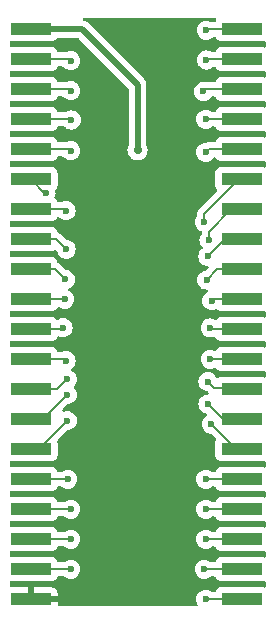
<source format=gbr>
%TF.GenerationSoftware,KiCad,Pcbnew,8.0.7*%
%TF.CreationDate,2025-03-12T15:38:42-05:00*%
%TF.ProjectId,YM3802-F-to-X,594d3338-3032-42d4-962d-746f2d582e6b,rev?*%
%TF.SameCoordinates,Original*%
%TF.FileFunction,Copper,L2,Bot*%
%TF.FilePolarity,Positive*%
%FSLAX46Y46*%
G04 Gerber Fmt 4.6, Leading zero omitted, Abs format (unit mm)*
G04 Created by KiCad (PCBNEW 8.0.7) date 2025-03-12 15:38:42*
%MOMM*%
%LPD*%
G01*
G04 APERTURE LIST*
%TA.AperFunction,SMDPad,CuDef*%
%ADD10R,3.500000X1.000000*%
%TD*%
%TA.AperFunction,ViaPad*%
%ADD11C,0.600000*%
%TD*%
%TA.AperFunction,ViaPad*%
%ADD12C,0.700000*%
%TD*%
%TA.AperFunction,Conductor*%
%ADD13C,0.200000*%
%TD*%
%TA.AperFunction,Conductor*%
%ADD14C,0.500000*%
%TD*%
G04 APERTURE END LIST*
D10*
%TO.P,U1,1,VDD*%
%TO.N,/VDD*%
X132528000Y-91567000D03*
%TO.P,U1,2,RxD*%
%TO.N,/RxD*%
X132528000Y-94107000D03*
%TO.P,U1,3,RxF*%
%TO.N,/RxF*%
X132528000Y-96647000D03*
%TO.P,U1,4,CLKM*%
%TO.N,/CLKM*%
X132528000Y-99187000D03*
%TO.P,U1,5,CLKF*%
%TO.N,/CLKF*%
X132528000Y-101727000D03*
%TO.P,U1,6,TxD*%
%TO.N,/TxD*%
X132528000Y-104267000D03*
%TO.P,U1,7,TxF*%
%TO.N,/TxF*%
X132528000Y-106807000D03*
%TO.P,U1,8,SYNC*%
%TO.N,/SYNC*%
X132528000Y-109347000D03*
%TO.P,U1,9,CLICK*%
%TO.N,/CLICK*%
X132528000Y-111887000D03*
%TO.P,U1,10,TEST-0*%
%TO.N,/TEST-0*%
X132528000Y-114427000D03*
%TO.P,U1,11,TEST-1*%
%TO.N,/TEST-1*%
X132528000Y-116967000D03*
%TO.P,U1,12,P7*%
%TO.N,/P7*%
X132528000Y-119507000D03*
%TO.P,U1,13,P6*%
%TO.N,/P6*%
X132528000Y-122047000D03*
%TO.P,U1,14,P5*%
%TO.N,/P5*%
X132528000Y-124587000D03*
%TO.P,U1,15,P4*%
%TO.N,/P4*%
X132528000Y-127127000D03*
%TO.P,U1,16,P3*%
%TO.N,/P3*%
X132528000Y-129667000D03*
%TO.P,U1,17,P2*%
%TO.N,/P2*%
X132528000Y-132207000D03*
%TO.P,U1,18,P1*%
%TO.N,/P1*%
X132528000Y-134747000D03*
%TO.P,U1,19,P0*%
%TO.N,/P0*%
X132528000Y-137287000D03*
%TO.P,U1,20,VSS*%
%TO.N,GND*%
X132528000Y-139827000D03*
%TO.P,U1,21,D0*%
%TO.N,/D0*%
X150368000Y-139827000D03*
%TO.P,U1,22,D1*%
%TO.N,/D1*%
X150368000Y-137287000D03*
%TO.P,U1,23,D2*%
%TO.N,/D2*%
X150368000Y-134747000D03*
%TO.P,U1,24,D3*%
%TO.N,/D3*%
X150368000Y-132207000D03*
%TO.P,U1,25,D4*%
%TO.N,/D4*%
X150368000Y-129667000D03*
%TO.P,U1,26,D5*%
%TO.N,/D5*%
X150368000Y-127127000D03*
%TO.P,U1,27,D6*%
%TO.N,/D6*%
X150368000Y-124587000D03*
%TO.P,U1,28,D7*%
%TO.N,/D7*%
X150368000Y-122047000D03*
%TO.P,U1,29,A0*%
%TO.N,/A0*%
X150368000Y-119507000D03*
%TO.P,U1,30,A1*%
%TO.N,/A1*%
X150368000Y-116967000D03*
%TO.P,U1,31,A2*%
%TO.N,/A2*%
X150368000Y-114427000D03*
%TO.P,U1,32,/CS*%
%TO.N,/{slash}CS*%
X150368000Y-111887000D03*
%TO.P,U1,33,/WR*%
%TO.N,/{slash}WR*%
X150368000Y-109347000D03*
%TO.P,U1,34,/RD*%
%TO.N,/{slash}RD*%
X150368000Y-106807000D03*
%TO.P,U1,35,/VR*%
%TO.N,/{slash}VR*%
X150368000Y-104267000D03*
%TO.P,U1,36,/IRQ*%
%TO.N,/{slash}IRQ*%
X150368000Y-101727000D03*
%TO.P,U1,37,/IC*%
%TO.N,/{slash}IC*%
X150368000Y-99187000D03*
%TO.P,U1,38,TEST-2*%
%TO.N,/TEST-2*%
X150368000Y-96647000D03*
%TO.P,U1,39,CLKI*%
%TO.N,/CLKI*%
X150368000Y-94107000D03*
%TO.P,U1,40,CLK*%
%TO.N,/CLK*%
X150368000Y-91567000D03*
%TD*%
D11*
%TO.N,/D5*%
X147800000Y-125000000D03*
%TO.N,/P3*%
X135636000Y-129667000D03*
%TO.N,/D2*%
X147320000Y-134747000D03*
%TO.N,/P2*%
X135890000Y-132207000D03*
%TO.N,/TEST-0*%
X135382000Y-114427000D03*
%TO.N,/{slash}IRQ*%
X147320000Y-101981000D03*
%TO.N,/D7*%
X147500000Y-121400000D03*
%TO.N,/D0*%
X147320000Y-139827000D03*
%TO.N,/P6*%
X135600000Y-121200000D03*
%TO.N,/P5*%
X135600000Y-122500000D03*
%TO.N,/CLKF*%
X135890000Y-101854000D03*
%TO.N,/P1*%
X135890000Y-134747000D03*
%TO.N,/P4*%
X135600000Y-124700000D03*
%TO.N,/P7*%
X135509000Y-119634000D03*
%TO.N,/A1*%
X147701000Y-116856000D03*
%TO.N,/TxF*%
X135509000Y-106934000D03*
%TO.N,/P0*%
X135890000Y-137287000D03*
%TO.N,/A0*%
X147701000Y-119507000D03*
%TO.N,/CLICK*%
X135450000Y-112750000D03*
%TO.N,/A2*%
X147828000Y-114554000D03*
%TO.N,/CLK*%
X147357000Y-91657000D03*
%TO.N,/TEST-1*%
X135255000Y-116840000D03*
%TO.N,/SYNC*%
X135500000Y-110200000D03*
%TO.N,/TxD*%
X133800000Y-105400000D03*
%TO.N,/CLKM*%
X135953500Y-99250500D03*
%TO.N,/{slash}IC*%
X147320000Y-99187000D03*
%TO.N,/D3*%
X147320000Y-132207000D03*
%TO.N,/D6*%
X147500000Y-123300000D03*
%TO.N,/{slash}WR*%
X147500000Y-110800000D03*
%TO.N,/RxF*%
X135890000Y-96774000D03*
%TO.N,/TEST-2*%
X147129500Y-96837500D03*
%TO.N,/CLKI*%
X147383500Y-94170500D03*
%TO.N,/RxD*%
X135890000Y-94234000D03*
%TO.N,/{slash}RD*%
X147600000Y-109400000D03*
D12*
%TO.N,/VDD*%
X141550000Y-101800000D03*
D11*
%TO.N,/{slash}VR*%
X147200000Y-107900000D03*
%TO.N,/D1*%
X147193000Y-137287000D03*
%TO.N,/{slash}CS*%
X147400000Y-112800000D03*
%TO.N,/D4*%
X147320000Y-129667000D03*
D12*
%TO.N,GND*%
X137900000Y-123100000D03*
X147700000Y-92900000D03*
X138200000Y-108800000D03*
D11*
X141000000Y-92000000D03*
X145000000Y-139000000D03*
X138000000Y-139000000D03*
X135890000Y-139827000D03*
D12*
X145100000Y-123200000D03*
X145500000Y-108800000D03*
X147800000Y-138600000D03*
%TD*%
D13*
%TO.N,/D5*%
X147800000Y-125000000D02*
X149927000Y-127127000D01*
X149927000Y-127127000D02*
X150368000Y-127127000D01*
%TO.N,/P3*%
X132528000Y-129667000D02*
X135636000Y-129667000D01*
%TO.N,/D2*%
X150368000Y-134747000D02*
X147320000Y-134747000D01*
%TO.N,/P2*%
X132528000Y-132207000D02*
X135890000Y-132207000D01*
%TO.N,/TEST-0*%
X132528000Y-114427000D02*
X135382000Y-114427000D01*
%TO.N,/{slash}IRQ*%
X150368000Y-101727000D02*
X147574000Y-101727000D01*
X147574000Y-101727000D02*
X147320000Y-101981000D01*
%TO.N,/D7*%
X147500000Y-121400000D02*
X148020000Y-121920000D01*
X148020000Y-121920000D02*
X150241000Y-121920000D01*
%TO.N,/D0*%
X150368000Y-139827000D02*
X147320000Y-139827000D01*
%TO.N,/P6*%
X134753000Y-122047000D02*
X135600000Y-121200000D01*
X132528000Y-122047000D02*
X134753000Y-122047000D01*
%TO.N,/P5*%
X133513000Y-124587000D02*
X135600000Y-122500000D01*
X132528000Y-124587000D02*
X133513000Y-124587000D01*
%TO.N,/CLKF*%
X132528000Y-101727000D02*
X135763000Y-101727000D01*
X135763000Y-101727000D02*
X135890000Y-101854000D01*
%TO.N,/P1*%
X132528000Y-134747000D02*
X135890000Y-134747000D01*
%TO.N,/P4*%
X133173000Y-127127000D02*
X132528000Y-127127000D01*
X135600000Y-124700000D02*
X133173000Y-127127000D01*
%TO.N,/P7*%
X132528000Y-119507000D02*
X135382000Y-119507000D01*
X135382000Y-119507000D02*
X135509000Y-119634000D01*
%TO.N,/A1*%
X150368000Y-116967000D02*
X147812000Y-116967000D01*
X147812000Y-116967000D02*
X147701000Y-116856000D01*
%TO.N,/TxF*%
X135382000Y-106807000D02*
X135509000Y-106934000D01*
X132528000Y-106807000D02*
X135382000Y-106807000D01*
%TO.N,/P0*%
X132528000Y-137287000D02*
X135890000Y-137287000D01*
%TO.N,/A0*%
X150368000Y-119507000D02*
X147701000Y-119507000D01*
%TO.N,/CLICK*%
X132528000Y-111887000D02*
X134587000Y-111887000D01*
X134587000Y-111887000D02*
X135450000Y-112750000D01*
%TO.N,/A2*%
X150368000Y-114427000D02*
X147955000Y-114427000D01*
X147955000Y-114427000D02*
X147828000Y-114554000D01*
%TO.N,/CLK*%
X147357000Y-91657000D02*
X147447000Y-91567000D01*
X147447000Y-91567000D02*
X150368000Y-91567000D01*
%TO.N,/TEST-1*%
X132528000Y-116967000D02*
X135128000Y-116967000D01*
X135128000Y-116967000D02*
X135255000Y-116840000D01*
%TO.N,/SYNC*%
X132528000Y-109347000D02*
X134647000Y-109347000D01*
X134647000Y-109347000D02*
X135500000Y-110200000D01*
%TO.N,/TxD*%
X133661000Y-105400000D02*
X132528000Y-104267000D01*
X133800000Y-105400000D02*
X133661000Y-105400000D01*
%TO.N,/CLKM*%
X135890000Y-99187000D02*
X135953500Y-99250500D01*
X132528000Y-99187000D02*
X135890000Y-99187000D01*
%TO.N,/{slash}IC*%
X150368000Y-99187000D02*
X147320000Y-99187000D01*
%TO.N,/D3*%
X150368000Y-132207000D02*
X147320000Y-132207000D01*
%TO.N,/D6*%
X150368000Y-124587000D02*
X148787000Y-124587000D01*
X148787000Y-124587000D02*
X147500000Y-123300000D01*
%TO.N,/{slash}WR*%
X150368000Y-109347000D02*
X148953000Y-109347000D01*
X148953000Y-109347000D02*
X147500000Y-110800000D01*
%TO.N,/RxF*%
X132528000Y-96647000D02*
X135763000Y-96647000D01*
X135763000Y-96647000D02*
X135890000Y-96774000D01*
%TO.N,/TEST-2*%
X150368000Y-96647000D02*
X147320000Y-96647000D01*
X147320000Y-96647000D02*
X147129500Y-96837500D01*
%TO.N,/CLKI*%
X147447000Y-94107000D02*
X147447000Y-94234000D01*
X147447000Y-94107000D02*
X147383500Y-94170500D01*
X150368000Y-94107000D02*
X147447000Y-94107000D01*
%TO.N,/RxD*%
X135763000Y-94107000D02*
X135890000Y-94234000D01*
X132528000Y-94107000D02*
X135763000Y-94107000D01*
%TO.N,/{slash}RD*%
X149493000Y-106807000D02*
X147600000Y-108700000D01*
X147600000Y-108700000D02*
X147600000Y-109400000D01*
X150368000Y-106807000D02*
X149493000Y-106807000D01*
D14*
%TO.N,/VDD*%
X141550000Y-96250000D02*
X136867000Y-91567000D01*
X136867000Y-91567000D02*
X132528000Y-91567000D01*
X141550000Y-101800000D02*
X141550000Y-96250000D01*
D13*
%TO.N,/{slash}VR*%
X147200000Y-107200000D02*
X150133000Y-104267000D01*
X147200000Y-107900000D02*
X147200000Y-107200000D01*
X150133000Y-104267000D02*
X150368000Y-104267000D01*
%TO.N,/D1*%
X150368000Y-137287000D02*
X147193000Y-137287000D01*
%TO.N,/{slash}CS*%
X148313000Y-111887000D02*
X147400000Y-112800000D01*
X150368000Y-111887000D02*
X148313000Y-111887000D01*
%TO.N,/D4*%
X150368000Y-129667000D02*
X147320000Y-129667000D01*
D14*
%TO.N,GND*%
X132528000Y-139827000D02*
X135890000Y-139827000D01*
%TD*%
%TA.AperFunction,Conductor*%
%TO.N,GND*%
G36*
X148172563Y-90605185D02*
G01*
X148218318Y-90657989D01*
X148228262Y-90727147D01*
X148204790Y-90783812D01*
X148174204Y-90824668D01*
X148174202Y-90824671D01*
X148151391Y-90885833D01*
X148109520Y-90941767D01*
X148044056Y-90966184D01*
X148035209Y-90966500D01*
X147798408Y-90966500D01*
X147732435Y-90947493D01*
X147706524Y-90931211D01*
X147536254Y-90871631D01*
X147536249Y-90871630D01*
X147357004Y-90851435D01*
X147356996Y-90851435D01*
X147177750Y-90871630D01*
X147177745Y-90871631D01*
X147007476Y-90931211D01*
X146854737Y-91027184D01*
X146727184Y-91154737D01*
X146631211Y-91307476D01*
X146571631Y-91477745D01*
X146571630Y-91477750D01*
X146551435Y-91656996D01*
X146551435Y-91657003D01*
X146571630Y-91836249D01*
X146571631Y-91836254D01*
X146631211Y-92006523D01*
X146727184Y-92159262D01*
X146854738Y-92286816D01*
X146916014Y-92325318D01*
X146961372Y-92353819D01*
X147007478Y-92382789D01*
X147177745Y-92442368D01*
X147177750Y-92442369D01*
X147356996Y-92462565D01*
X147357000Y-92462565D01*
X147357004Y-92462565D01*
X147536249Y-92442369D01*
X147536252Y-92442368D01*
X147536255Y-92442368D01*
X147706522Y-92382789D01*
X147859262Y-92286816D01*
X147942259Y-92203819D01*
X148003582Y-92170334D01*
X148029940Y-92167500D01*
X148035209Y-92167500D01*
X148102248Y-92187185D01*
X148148003Y-92239989D01*
X148151391Y-92248167D01*
X148174202Y-92309328D01*
X148174206Y-92309335D01*
X148260452Y-92424544D01*
X148260455Y-92424547D01*
X148375664Y-92510793D01*
X148375671Y-92510797D01*
X148510517Y-92561091D01*
X148510516Y-92561091D01*
X148517444Y-92561835D01*
X148570127Y-92567500D01*
X152165872Y-92567499D01*
X152225483Y-92561091D01*
X152232165Y-92558599D01*
X152301857Y-92553614D01*
X152363180Y-92587098D01*
X152396666Y-92648421D01*
X152399500Y-92674780D01*
X152399500Y-92999219D01*
X152379815Y-93066258D01*
X152327011Y-93112013D01*
X152257853Y-93121957D01*
X152232172Y-93115403D01*
X152225483Y-93112908D01*
X152165883Y-93106501D01*
X152165881Y-93106500D01*
X152165873Y-93106500D01*
X152165864Y-93106500D01*
X148570129Y-93106500D01*
X148570123Y-93106501D01*
X148510516Y-93112908D01*
X148375671Y-93163202D01*
X148375664Y-93163206D01*
X148260455Y-93249452D01*
X148260452Y-93249455D01*
X148174206Y-93364664D01*
X148174202Y-93364671D01*
X148151391Y-93425833D01*
X148109520Y-93481767D01*
X148044056Y-93506184D01*
X148035209Y-93506500D01*
X147867083Y-93506500D01*
X147801111Y-93487494D01*
X147733022Y-93444710D01*
X147733018Y-93444709D01*
X147562762Y-93385133D01*
X147562749Y-93385130D01*
X147383504Y-93364935D01*
X147383496Y-93364935D01*
X147204250Y-93385130D01*
X147204245Y-93385131D01*
X147033976Y-93444711D01*
X146881237Y-93540684D01*
X146753684Y-93668237D01*
X146657711Y-93820976D01*
X146598131Y-93991245D01*
X146598130Y-93991250D01*
X146577935Y-94170496D01*
X146577935Y-94170503D01*
X146598130Y-94349749D01*
X146598131Y-94349754D01*
X146657711Y-94520023D01*
X146697611Y-94583523D01*
X146753684Y-94672762D01*
X146881238Y-94800316D01*
X146959240Y-94849328D01*
X146982297Y-94863816D01*
X147033978Y-94896289D01*
X147204245Y-94955868D01*
X147204250Y-94955869D01*
X147383496Y-94976065D01*
X147383500Y-94976065D01*
X147383504Y-94976065D01*
X147562749Y-94955869D01*
X147562752Y-94955868D01*
X147562755Y-94955868D01*
X147733022Y-94896289D01*
X147885762Y-94800316D01*
X147942259Y-94743819D01*
X148003582Y-94710334D01*
X148029940Y-94707500D01*
X148035209Y-94707500D01*
X148102248Y-94727185D01*
X148148003Y-94779989D01*
X148151391Y-94788167D01*
X148174202Y-94849328D01*
X148174206Y-94849335D01*
X148260452Y-94964544D01*
X148260455Y-94964547D01*
X148375664Y-95050793D01*
X148375671Y-95050797D01*
X148510517Y-95101091D01*
X148510516Y-95101091D01*
X148517444Y-95101835D01*
X148570127Y-95107500D01*
X152165872Y-95107499D01*
X152225483Y-95101091D01*
X152232165Y-95098599D01*
X152301857Y-95093614D01*
X152363180Y-95127098D01*
X152396666Y-95188421D01*
X152399500Y-95214780D01*
X152399500Y-95539219D01*
X152379815Y-95606258D01*
X152327011Y-95652013D01*
X152257853Y-95661957D01*
X152232172Y-95655403D01*
X152225483Y-95652908D01*
X152165883Y-95646501D01*
X152165881Y-95646500D01*
X152165873Y-95646500D01*
X152165864Y-95646500D01*
X148570129Y-95646500D01*
X148570123Y-95646501D01*
X148510516Y-95652908D01*
X148375671Y-95703202D01*
X148375664Y-95703206D01*
X148260455Y-95789452D01*
X148260452Y-95789455D01*
X148174206Y-95904664D01*
X148174202Y-95904671D01*
X148151391Y-95965833D01*
X148109520Y-96021767D01*
X148044056Y-96046184D01*
X148035209Y-96046500D01*
X147406670Y-96046500D01*
X147406654Y-96046499D01*
X147399058Y-96046499D01*
X147265720Y-96046499D01*
X147251838Y-96045719D01*
X147215673Y-96041644D01*
X147129503Y-96031935D01*
X147129496Y-96031935D01*
X146950250Y-96052130D01*
X146950245Y-96052131D01*
X146779976Y-96111711D01*
X146627237Y-96207684D01*
X146499684Y-96335237D01*
X146403711Y-96487976D01*
X146344131Y-96658245D01*
X146344130Y-96658250D01*
X146323935Y-96837496D01*
X146323935Y-96837503D01*
X146344130Y-97016749D01*
X146344131Y-97016754D01*
X146403711Y-97187023D01*
X146459784Y-97276262D01*
X146499684Y-97339762D01*
X146627238Y-97467316D01*
X146686486Y-97504544D01*
X146773737Y-97559368D01*
X146779978Y-97563289D01*
X146950245Y-97622868D01*
X146950250Y-97622869D01*
X147129496Y-97643065D01*
X147129500Y-97643065D01*
X147129504Y-97643065D01*
X147308749Y-97622869D01*
X147308752Y-97622868D01*
X147308755Y-97622868D01*
X147479022Y-97563289D01*
X147631762Y-97467316D01*
X147759316Y-97339762D01*
X147780826Y-97305529D01*
X147833160Y-97259237D01*
X147885820Y-97247500D01*
X148035209Y-97247500D01*
X148102248Y-97267185D01*
X148148003Y-97319989D01*
X148151391Y-97328167D01*
X148174202Y-97389328D01*
X148174206Y-97389335D01*
X148260452Y-97504544D01*
X148260455Y-97504547D01*
X148375664Y-97590793D01*
X148375671Y-97590797D01*
X148510517Y-97641091D01*
X148510516Y-97641091D01*
X148517444Y-97641835D01*
X148570127Y-97647500D01*
X152165872Y-97647499D01*
X152225483Y-97641091D01*
X152232165Y-97638599D01*
X152301857Y-97633614D01*
X152363180Y-97667098D01*
X152396666Y-97728421D01*
X152399500Y-97754780D01*
X152399500Y-98079219D01*
X152379815Y-98146258D01*
X152327011Y-98192013D01*
X152257853Y-98201957D01*
X152232172Y-98195403D01*
X152225483Y-98192908D01*
X152165883Y-98186501D01*
X152165881Y-98186500D01*
X152165873Y-98186500D01*
X152165864Y-98186500D01*
X148570129Y-98186500D01*
X148570123Y-98186501D01*
X148510516Y-98192908D01*
X148375671Y-98243202D01*
X148375664Y-98243206D01*
X148260455Y-98329452D01*
X148260452Y-98329455D01*
X148174206Y-98444664D01*
X148174202Y-98444671D01*
X148151391Y-98505833D01*
X148109520Y-98561767D01*
X148044056Y-98586184D01*
X148035209Y-98586500D01*
X147902412Y-98586500D01*
X147835373Y-98566815D01*
X147825097Y-98559445D01*
X147822263Y-98557185D01*
X147822262Y-98557184D01*
X147753553Y-98514011D01*
X147669523Y-98461211D01*
X147499254Y-98401631D01*
X147499249Y-98401630D01*
X147320004Y-98381435D01*
X147319996Y-98381435D01*
X147140750Y-98401630D01*
X147140745Y-98401631D01*
X146970476Y-98461211D01*
X146817737Y-98557184D01*
X146690184Y-98684737D01*
X146594211Y-98837476D01*
X146534631Y-99007745D01*
X146534630Y-99007750D01*
X146514435Y-99186996D01*
X146514435Y-99187003D01*
X146534630Y-99366249D01*
X146534631Y-99366254D01*
X146594211Y-99536523D01*
X146634111Y-99600023D01*
X146690184Y-99689262D01*
X146817738Y-99816816D01*
X146899463Y-99868167D01*
X146918797Y-99880316D01*
X146970478Y-99912789D01*
X147017764Y-99929335D01*
X147140745Y-99972368D01*
X147140750Y-99972369D01*
X147319996Y-99992565D01*
X147320000Y-99992565D01*
X147320004Y-99992565D01*
X147499249Y-99972369D01*
X147499252Y-99972368D01*
X147499255Y-99972368D01*
X147669522Y-99912789D01*
X147822262Y-99816816D01*
X147822267Y-99816810D01*
X147825097Y-99814555D01*
X147827275Y-99813665D01*
X147828158Y-99813111D01*
X147828255Y-99813265D01*
X147889783Y-99788145D01*
X147902412Y-99787500D01*
X148035209Y-99787500D01*
X148102248Y-99807185D01*
X148148003Y-99859989D01*
X148151391Y-99868167D01*
X148174202Y-99929328D01*
X148174206Y-99929335D01*
X148260452Y-100044544D01*
X148260455Y-100044547D01*
X148375664Y-100130793D01*
X148375671Y-100130797D01*
X148510517Y-100181091D01*
X148510516Y-100181091D01*
X148517444Y-100181835D01*
X148570127Y-100187500D01*
X152165872Y-100187499D01*
X152225483Y-100181091D01*
X152232165Y-100178599D01*
X152301857Y-100173614D01*
X152363180Y-100207098D01*
X152396666Y-100268421D01*
X152399500Y-100294780D01*
X152399500Y-100619219D01*
X152379815Y-100686258D01*
X152327011Y-100732013D01*
X152257853Y-100741957D01*
X152232172Y-100735403D01*
X152225483Y-100732908D01*
X152165883Y-100726501D01*
X152165881Y-100726500D01*
X152165873Y-100726500D01*
X152165864Y-100726500D01*
X148570129Y-100726500D01*
X148570123Y-100726501D01*
X148510516Y-100732908D01*
X148375671Y-100783202D01*
X148375664Y-100783206D01*
X148260455Y-100869452D01*
X148260452Y-100869455D01*
X148174206Y-100984664D01*
X148174202Y-100984671D01*
X148151391Y-101045833D01*
X148109520Y-101101767D01*
X148044056Y-101126184D01*
X148035209Y-101126500D01*
X147494942Y-101126500D01*
X147342209Y-101167424D01*
X147340108Y-101168295D01*
X147306551Y-101176949D01*
X147140749Y-101195630D01*
X147140745Y-101195631D01*
X146970476Y-101255211D01*
X146817737Y-101351184D01*
X146690184Y-101478737D01*
X146594211Y-101631476D01*
X146534631Y-101801745D01*
X146534630Y-101801750D01*
X146514435Y-101980996D01*
X146514435Y-101981003D01*
X146534630Y-102160249D01*
X146534631Y-102160254D01*
X146594211Y-102330523D01*
X146660189Y-102435526D01*
X146690184Y-102483262D01*
X146817738Y-102610816D01*
X146863178Y-102639368D01*
X146913195Y-102670796D01*
X146970478Y-102706789D01*
X147011351Y-102721091D01*
X147140745Y-102766368D01*
X147140750Y-102766369D01*
X147319996Y-102786565D01*
X147320000Y-102786565D01*
X147320004Y-102786565D01*
X147499249Y-102766369D01*
X147499252Y-102766368D01*
X147499255Y-102766368D01*
X147669522Y-102706789D01*
X147822262Y-102610816D01*
X147949816Y-102483262D01*
X147961450Y-102464746D01*
X148013778Y-102418458D01*
X148082831Y-102407807D01*
X148146681Y-102436179D01*
X148168272Y-102462691D01*
X148168888Y-102462231D01*
X148260452Y-102584544D01*
X148260455Y-102584547D01*
X148375664Y-102670793D01*
X148375671Y-102670797D01*
X148510517Y-102721091D01*
X148510516Y-102721091D01*
X148517444Y-102721835D01*
X148570127Y-102727500D01*
X152165872Y-102727499D01*
X152225483Y-102721091D01*
X152232165Y-102718599D01*
X152301857Y-102713614D01*
X152363180Y-102747098D01*
X152396666Y-102808421D01*
X152399500Y-102834780D01*
X152399500Y-103159219D01*
X152379815Y-103226258D01*
X152327011Y-103272013D01*
X152257853Y-103281957D01*
X152232172Y-103275403D01*
X152225483Y-103272908D01*
X152165883Y-103266501D01*
X152165881Y-103266500D01*
X152165873Y-103266500D01*
X152165864Y-103266500D01*
X148570129Y-103266500D01*
X148570123Y-103266501D01*
X148510516Y-103272908D01*
X148375671Y-103323202D01*
X148375664Y-103323206D01*
X148260455Y-103409452D01*
X148260452Y-103409455D01*
X148174206Y-103524664D01*
X148174202Y-103524671D01*
X148123908Y-103659517D01*
X148117501Y-103719116D01*
X148117501Y-103719123D01*
X148117500Y-103719135D01*
X148117500Y-104814870D01*
X148117501Y-104814876D01*
X148123908Y-104874483D01*
X148174202Y-105009328D01*
X148174206Y-105009335D01*
X148265768Y-105131645D01*
X148263205Y-105133563D01*
X148289148Y-105181111D01*
X148284140Y-105250801D01*
X148255654Y-105295109D01*
X147486100Y-106064664D01*
X146831286Y-106719478D01*
X146831284Y-106719480D01*
X146796019Y-106754745D01*
X146719481Y-106831282D01*
X146719480Y-106831284D01*
X146705821Y-106854943D01*
X146640423Y-106968215D01*
X146599499Y-107120943D01*
X146599499Y-107120945D01*
X146599499Y-107289046D01*
X146599500Y-107289059D01*
X146599500Y-107317587D01*
X146579815Y-107384626D01*
X146572450Y-107394896D01*
X146570186Y-107397734D01*
X146474211Y-107550476D01*
X146414631Y-107720745D01*
X146414630Y-107720750D01*
X146394435Y-107899996D01*
X146394435Y-107900003D01*
X146414630Y-108079249D01*
X146414631Y-108079254D01*
X146474211Y-108249523D01*
X146570184Y-108402262D01*
X146697738Y-108529816D01*
X146850478Y-108625789D01*
X146916453Y-108648874D01*
X146973229Y-108689595D01*
X146998977Y-108754548D01*
X146999499Y-108765916D01*
X146999499Y-108789046D01*
X146999500Y-108789059D01*
X146999500Y-108817587D01*
X146979815Y-108884626D01*
X146972450Y-108894896D01*
X146970186Y-108897734D01*
X146874211Y-109050476D01*
X146814631Y-109220745D01*
X146814630Y-109220750D01*
X146794435Y-109399996D01*
X146794435Y-109400003D01*
X146814630Y-109579249D01*
X146814631Y-109579254D01*
X146874211Y-109749523D01*
X146970184Y-109902262D01*
X147035404Y-109967482D01*
X147068889Y-110028805D01*
X147063905Y-110098497D01*
X147022033Y-110154430D01*
X147013698Y-110160155D01*
X146997739Y-110170183D01*
X146997737Y-110170184D01*
X146870184Y-110297737D01*
X146774211Y-110450476D01*
X146714631Y-110620745D01*
X146714630Y-110620750D01*
X146694435Y-110799996D01*
X146694435Y-110800003D01*
X146714630Y-110979249D01*
X146714631Y-110979254D01*
X146774211Y-111149523D01*
X146854897Y-111277933D01*
X146870184Y-111302262D01*
X146997738Y-111429816D01*
X147088080Y-111486582D01*
X147149782Y-111525352D01*
X147150478Y-111525789D01*
X147188236Y-111539001D01*
X147320745Y-111585368D01*
X147320750Y-111585369D01*
X147464499Y-111601565D01*
X147528913Y-111628631D01*
X147568468Y-111686226D01*
X147570606Y-111756063D01*
X147538297Y-111812466D01*
X147381465Y-111969298D01*
X147320142Y-112002783D01*
X147307668Y-112004837D01*
X147220750Y-112014630D01*
X147050478Y-112074210D01*
X146897737Y-112170184D01*
X146770184Y-112297737D01*
X146674211Y-112450476D01*
X146614631Y-112620745D01*
X146614630Y-112620750D01*
X146594435Y-112799996D01*
X146594435Y-112800003D01*
X146614630Y-112979249D01*
X146614631Y-112979254D01*
X146674211Y-113149523D01*
X146738767Y-113252262D01*
X146770184Y-113302262D01*
X146897738Y-113429816D01*
X146958990Y-113468303D01*
X147046769Y-113523459D01*
X147050478Y-113525789D01*
X147175268Y-113569455D01*
X147220745Y-113585368D01*
X147220750Y-113585369D01*
X147399996Y-113605565D01*
X147402403Y-113605565D01*
X147403901Y-113606005D01*
X147406919Y-113606345D01*
X147406859Y-113606873D01*
X147469442Y-113625250D01*
X147515197Y-113678054D01*
X147525141Y-113747212D01*
X147496116Y-113810768D01*
X147468375Y-113834559D01*
X147325737Y-113924184D01*
X147198184Y-114051737D01*
X147102211Y-114204476D01*
X147042631Y-114374745D01*
X147042630Y-114374750D01*
X147022435Y-114553996D01*
X147022435Y-114554003D01*
X147042630Y-114733249D01*
X147042631Y-114733254D01*
X147102211Y-114903523D01*
X147180112Y-115027500D01*
X147198184Y-115056262D01*
X147325738Y-115183816D01*
X147478478Y-115279789D01*
X147492076Y-115284547D01*
X147648745Y-115339368D01*
X147648750Y-115339369D01*
X147827996Y-115359565D01*
X147828000Y-115359565D01*
X147828004Y-115359565D01*
X148007249Y-115339369D01*
X148007252Y-115339368D01*
X148007255Y-115339368D01*
X148007256Y-115339367D01*
X148007259Y-115339367D01*
X148046383Y-115325676D01*
X148167340Y-115283351D01*
X148237115Y-115279789D01*
X148282603Y-115301127D01*
X148375664Y-115370793D01*
X148375671Y-115370797D01*
X148510517Y-115421091D01*
X148510516Y-115421091D01*
X148517444Y-115421835D01*
X148570127Y-115427500D01*
X152165872Y-115427499D01*
X152225483Y-115421091D01*
X152232165Y-115418599D01*
X152301857Y-115413614D01*
X152363180Y-115447098D01*
X152396666Y-115508421D01*
X152399500Y-115534780D01*
X152399500Y-115859219D01*
X152379815Y-115926258D01*
X152327011Y-115972013D01*
X152257853Y-115981957D01*
X152232172Y-115975403D01*
X152225483Y-115972908D01*
X152165883Y-115966501D01*
X152165881Y-115966500D01*
X152165873Y-115966500D01*
X152165864Y-115966500D01*
X148570129Y-115966500D01*
X148570123Y-115966501D01*
X148510516Y-115972908D01*
X148375671Y-116023202D01*
X148375664Y-116023206D01*
X148260457Y-116109451D01*
X148260450Y-116109458D01*
X148251206Y-116121806D01*
X148195270Y-116163675D01*
X148125578Y-116168656D01*
X148085973Y-116152486D01*
X148050522Y-116130211D01*
X148050520Y-116130210D01*
X148050518Y-116130209D01*
X147880262Y-116070633D01*
X147880249Y-116070630D01*
X147701004Y-116050435D01*
X147700996Y-116050435D01*
X147521750Y-116070630D01*
X147521745Y-116070631D01*
X147351476Y-116130211D01*
X147198737Y-116226184D01*
X147071184Y-116353737D01*
X146975211Y-116506476D01*
X146915631Y-116676745D01*
X146915630Y-116676750D01*
X146895435Y-116855996D01*
X146895435Y-116856003D01*
X146915630Y-117035249D01*
X146915631Y-117035254D01*
X146975211Y-117205523D01*
X147071184Y-117358262D01*
X147198738Y-117485816D01*
X147289080Y-117542582D01*
X147339850Y-117574483D01*
X147351478Y-117581789D01*
X147487900Y-117629525D01*
X147521745Y-117641368D01*
X147521750Y-117641369D01*
X147700996Y-117661565D01*
X147701000Y-117661565D01*
X147701004Y-117661565D01*
X147880249Y-117641369D01*
X147880251Y-117641368D01*
X147880255Y-117641368D01*
X147880258Y-117641366D01*
X147880262Y-117641366D01*
X148003168Y-117598359D01*
X148072946Y-117594796D01*
X148133574Y-117629525D01*
X148160305Y-117672067D01*
X148174202Y-117709328D01*
X148174206Y-117709335D01*
X148260452Y-117824544D01*
X148260455Y-117824547D01*
X148375664Y-117910793D01*
X148375671Y-117910797D01*
X148510517Y-117961091D01*
X148510516Y-117961091D01*
X148517444Y-117961835D01*
X148570127Y-117967500D01*
X152165872Y-117967499D01*
X152225483Y-117961091D01*
X152232165Y-117958599D01*
X152301857Y-117953614D01*
X152363180Y-117987098D01*
X152396666Y-118048421D01*
X152399500Y-118074780D01*
X152399500Y-118399219D01*
X152379815Y-118466258D01*
X152327011Y-118512013D01*
X152257853Y-118521957D01*
X152232172Y-118515403D01*
X152225483Y-118512908D01*
X152165883Y-118506501D01*
X152165881Y-118506500D01*
X152165873Y-118506500D01*
X152165864Y-118506500D01*
X148570129Y-118506500D01*
X148570123Y-118506501D01*
X148510516Y-118512908D01*
X148375671Y-118563202D01*
X148375664Y-118563206D01*
X148260455Y-118649452D01*
X148193171Y-118739331D01*
X148137237Y-118781201D01*
X148067545Y-118786185D01*
X148052950Y-118782060D01*
X147880262Y-118721633D01*
X147880249Y-118721630D01*
X147701004Y-118701435D01*
X147700996Y-118701435D01*
X147521750Y-118721630D01*
X147521745Y-118721631D01*
X147351476Y-118781211D01*
X147198737Y-118877184D01*
X147071184Y-119004737D01*
X146975211Y-119157476D01*
X146915631Y-119327745D01*
X146915630Y-119327750D01*
X146895435Y-119506996D01*
X146895435Y-119507003D01*
X146915630Y-119686249D01*
X146915631Y-119686254D01*
X146975211Y-119856523D01*
X147055010Y-119983522D01*
X147071184Y-120009262D01*
X147198738Y-120136816D01*
X147351478Y-120232789D01*
X147440148Y-120263816D01*
X147521745Y-120292368D01*
X147521750Y-120292369D01*
X147700996Y-120312565D01*
X147701000Y-120312565D01*
X147701004Y-120312565D01*
X147880249Y-120292369D01*
X147880252Y-120292368D01*
X147880255Y-120292368D01*
X148050522Y-120232789D01*
X148050522Y-120232788D01*
X148052951Y-120231939D01*
X148122730Y-120228378D01*
X148183358Y-120263107D01*
X148193172Y-120274670D01*
X148260452Y-120364544D01*
X148260455Y-120364547D01*
X148375664Y-120450793D01*
X148375671Y-120450797D01*
X148510517Y-120501091D01*
X148510516Y-120501091D01*
X148517444Y-120501835D01*
X148570127Y-120507500D01*
X152165872Y-120507499D01*
X152225483Y-120501091D01*
X152232165Y-120498599D01*
X152301857Y-120493614D01*
X152363180Y-120527098D01*
X152396666Y-120588421D01*
X152399500Y-120614780D01*
X152399500Y-120939219D01*
X152379815Y-121006258D01*
X152327011Y-121052013D01*
X152257853Y-121061957D01*
X152232172Y-121055403D01*
X152225483Y-121052908D01*
X152165883Y-121046501D01*
X152165881Y-121046500D01*
X152165873Y-121046500D01*
X152165864Y-121046500D01*
X148570129Y-121046500D01*
X148570123Y-121046501D01*
X148510516Y-121052908D01*
X148375691Y-121103195D01*
X148305999Y-121108179D01*
X148244676Y-121074694D01*
X148227364Y-121052985D01*
X148225789Y-121050478D01*
X148129816Y-120897738D01*
X148002262Y-120770184D01*
X147849523Y-120674211D01*
X147679254Y-120614631D01*
X147679249Y-120614630D01*
X147500004Y-120594435D01*
X147499996Y-120594435D01*
X147320750Y-120614630D01*
X147320745Y-120614631D01*
X147150476Y-120674211D01*
X146997737Y-120770184D01*
X146870184Y-120897737D01*
X146774211Y-121050476D01*
X146714631Y-121220745D01*
X146714630Y-121220750D01*
X146694435Y-121399996D01*
X146694435Y-121400003D01*
X146714630Y-121579249D01*
X146714631Y-121579254D01*
X146774211Y-121749523D01*
X146850028Y-121870184D01*
X146870184Y-121902262D01*
X146997738Y-122029816D01*
X147150478Y-122125789D01*
X147320745Y-122185368D01*
X147407669Y-122195161D01*
X147472080Y-122222226D01*
X147481465Y-122230700D01*
X147535139Y-122284374D01*
X147535160Y-122284397D01*
X147538296Y-122287533D01*
X147538700Y-122288274D01*
X147542717Y-122292672D01*
X147542727Y-122292684D01*
X147541614Y-122293610D01*
X147571781Y-122348856D01*
X147566797Y-122418548D01*
X147524925Y-122474481D01*
X147464499Y-122498434D01*
X147320749Y-122514630D01*
X147320745Y-122514631D01*
X147150476Y-122574211D01*
X146997737Y-122670184D01*
X146870184Y-122797737D01*
X146774211Y-122950476D01*
X146714631Y-123120745D01*
X146714630Y-123120750D01*
X146694435Y-123299996D01*
X146694435Y-123300003D01*
X146714630Y-123479249D01*
X146714631Y-123479254D01*
X146774211Y-123649523D01*
X146856388Y-123780306D01*
X146870184Y-123802262D01*
X146997738Y-123929816D01*
X147150478Y-124025789D01*
X147320745Y-124085368D01*
X147333451Y-124086799D01*
X147397864Y-124113865D01*
X147437420Y-124171460D01*
X147439559Y-124241296D01*
X147403601Y-124301203D01*
X147385540Y-124315013D01*
X147297743Y-124370179D01*
X147297737Y-124370184D01*
X147170184Y-124497737D01*
X147074211Y-124650476D01*
X147014631Y-124820745D01*
X147014630Y-124820750D01*
X146994435Y-124999996D01*
X146994435Y-125000003D01*
X147014630Y-125179249D01*
X147014631Y-125179254D01*
X147074211Y-125349523D01*
X147167013Y-125497215D01*
X147170184Y-125502262D01*
X147297738Y-125629816D01*
X147450478Y-125725789D01*
X147620745Y-125785368D01*
X147707669Y-125795161D01*
X147772080Y-125822226D01*
X147781465Y-125830700D01*
X148167252Y-126216487D01*
X148200737Y-126277810D01*
X148195753Y-126347502D01*
X148178840Y-126378476D01*
X148174203Y-126384670D01*
X148174202Y-126384671D01*
X148123908Y-126519517D01*
X148117501Y-126579116D01*
X148117501Y-126579123D01*
X148117500Y-126579135D01*
X148117500Y-127674870D01*
X148117501Y-127674876D01*
X148123908Y-127734483D01*
X148174202Y-127869328D01*
X148174206Y-127869335D01*
X148260452Y-127984544D01*
X148260455Y-127984547D01*
X148375664Y-128070793D01*
X148375671Y-128070797D01*
X148510517Y-128121091D01*
X148510516Y-128121091D01*
X148517444Y-128121835D01*
X148570127Y-128127500D01*
X152165872Y-128127499D01*
X152225483Y-128121091D01*
X152232165Y-128118599D01*
X152301857Y-128113614D01*
X152363180Y-128147098D01*
X152396666Y-128208421D01*
X152399500Y-128234780D01*
X152399500Y-128559219D01*
X152379815Y-128626258D01*
X152327011Y-128672013D01*
X152257853Y-128681957D01*
X152232172Y-128675403D01*
X152225483Y-128672908D01*
X152165883Y-128666501D01*
X152165881Y-128666500D01*
X152165873Y-128666500D01*
X152165864Y-128666500D01*
X148570129Y-128666500D01*
X148570123Y-128666501D01*
X148510516Y-128672908D01*
X148375671Y-128723202D01*
X148375664Y-128723206D01*
X148260455Y-128809452D01*
X148260452Y-128809455D01*
X148174206Y-128924664D01*
X148174202Y-128924671D01*
X148151391Y-128985833D01*
X148109520Y-129041767D01*
X148044056Y-129066184D01*
X148035209Y-129066500D01*
X147902412Y-129066500D01*
X147835373Y-129046815D01*
X147825097Y-129039445D01*
X147822263Y-129037185D01*
X147822262Y-129037184D01*
X147753553Y-128994011D01*
X147669523Y-128941211D01*
X147499254Y-128881631D01*
X147499249Y-128881630D01*
X147320004Y-128861435D01*
X147319996Y-128861435D01*
X147140750Y-128881630D01*
X147140745Y-128881631D01*
X146970476Y-128941211D01*
X146817737Y-129037184D01*
X146690184Y-129164737D01*
X146594211Y-129317476D01*
X146534631Y-129487745D01*
X146534630Y-129487750D01*
X146514435Y-129666996D01*
X146514435Y-129667003D01*
X146534630Y-129846249D01*
X146534631Y-129846254D01*
X146594211Y-130016523D01*
X146690184Y-130169262D01*
X146817738Y-130296816D01*
X146970478Y-130392789D01*
X147017764Y-130409335D01*
X147140745Y-130452368D01*
X147140750Y-130452369D01*
X147319996Y-130472565D01*
X147320000Y-130472565D01*
X147320004Y-130472565D01*
X147499249Y-130452369D01*
X147499252Y-130452368D01*
X147499255Y-130452368D01*
X147669522Y-130392789D01*
X147822262Y-130296816D01*
X147822267Y-130296810D01*
X147825097Y-130294555D01*
X147827275Y-130293665D01*
X147828158Y-130293111D01*
X147828255Y-130293265D01*
X147889783Y-130268145D01*
X147902412Y-130267500D01*
X148035209Y-130267500D01*
X148102248Y-130287185D01*
X148148003Y-130339989D01*
X148151391Y-130348167D01*
X148174202Y-130409328D01*
X148174206Y-130409335D01*
X148260452Y-130524544D01*
X148260455Y-130524547D01*
X148375664Y-130610793D01*
X148375671Y-130610797D01*
X148510517Y-130661091D01*
X148510516Y-130661091D01*
X148517444Y-130661835D01*
X148570127Y-130667500D01*
X152165872Y-130667499D01*
X152225483Y-130661091D01*
X152232165Y-130658599D01*
X152301857Y-130653614D01*
X152363180Y-130687098D01*
X152396666Y-130748421D01*
X152399500Y-130774780D01*
X152399500Y-131099219D01*
X152379815Y-131166258D01*
X152327011Y-131212013D01*
X152257853Y-131221957D01*
X152232172Y-131215403D01*
X152225483Y-131212908D01*
X152165883Y-131206501D01*
X152165881Y-131206500D01*
X152165873Y-131206500D01*
X152165864Y-131206500D01*
X148570129Y-131206500D01*
X148570123Y-131206501D01*
X148510516Y-131212908D01*
X148375671Y-131263202D01*
X148375664Y-131263206D01*
X148260455Y-131349452D01*
X148260452Y-131349455D01*
X148174206Y-131464664D01*
X148174202Y-131464671D01*
X148151391Y-131525833D01*
X148109520Y-131581767D01*
X148044056Y-131606184D01*
X148035209Y-131606500D01*
X147902412Y-131606500D01*
X147835373Y-131586815D01*
X147825097Y-131579445D01*
X147822263Y-131577185D01*
X147822262Y-131577184D01*
X147753553Y-131534011D01*
X147669523Y-131481211D01*
X147499254Y-131421631D01*
X147499249Y-131421630D01*
X147320004Y-131401435D01*
X147319996Y-131401435D01*
X147140750Y-131421630D01*
X147140745Y-131421631D01*
X146970476Y-131481211D01*
X146817737Y-131577184D01*
X146690184Y-131704737D01*
X146594211Y-131857476D01*
X146534631Y-132027745D01*
X146534630Y-132027750D01*
X146514435Y-132206996D01*
X146514435Y-132207003D01*
X146534630Y-132386249D01*
X146534631Y-132386254D01*
X146594211Y-132556523D01*
X146690184Y-132709262D01*
X146817738Y-132836816D01*
X146970478Y-132932789D01*
X147017764Y-132949335D01*
X147140745Y-132992368D01*
X147140750Y-132992369D01*
X147319996Y-133012565D01*
X147320000Y-133012565D01*
X147320004Y-133012565D01*
X147499249Y-132992369D01*
X147499252Y-132992368D01*
X147499255Y-132992368D01*
X147669522Y-132932789D01*
X147822262Y-132836816D01*
X147822267Y-132836810D01*
X147825097Y-132834555D01*
X147827275Y-132833665D01*
X147828158Y-132833111D01*
X147828255Y-132833265D01*
X147889783Y-132808145D01*
X147902412Y-132807500D01*
X148035209Y-132807500D01*
X148102248Y-132827185D01*
X148148003Y-132879989D01*
X148151391Y-132888167D01*
X148174202Y-132949328D01*
X148174206Y-132949335D01*
X148260452Y-133064544D01*
X148260455Y-133064547D01*
X148375664Y-133150793D01*
X148375671Y-133150797D01*
X148510517Y-133201091D01*
X148510516Y-133201091D01*
X148517444Y-133201835D01*
X148570127Y-133207500D01*
X152165872Y-133207499D01*
X152225483Y-133201091D01*
X152232165Y-133198599D01*
X152301857Y-133193614D01*
X152363180Y-133227098D01*
X152396666Y-133288421D01*
X152399500Y-133314780D01*
X152399500Y-133639219D01*
X152379815Y-133706258D01*
X152327011Y-133752013D01*
X152257853Y-133761957D01*
X152232172Y-133755403D01*
X152225483Y-133752908D01*
X152165883Y-133746501D01*
X152165881Y-133746500D01*
X152165873Y-133746500D01*
X152165864Y-133746500D01*
X148570129Y-133746500D01*
X148570123Y-133746501D01*
X148510516Y-133752908D01*
X148375671Y-133803202D01*
X148375664Y-133803206D01*
X148260455Y-133889452D01*
X148260452Y-133889455D01*
X148174206Y-134004664D01*
X148174202Y-134004671D01*
X148151391Y-134065833D01*
X148109520Y-134121767D01*
X148044056Y-134146184D01*
X148035209Y-134146500D01*
X147902412Y-134146500D01*
X147835373Y-134126815D01*
X147825097Y-134119445D01*
X147822263Y-134117185D01*
X147822262Y-134117184D01*
X147753553Y-134074011D01*
X147669523Y-134021211D01*
X147499254Y-133961631D01*
X147499249Y-133961630D01*
X147320004Y-133941435D01*
X147319996Y-133941435D01*
X147140750Y-133961630D01*
X147140745Y-133961631D01*
X146970476Y-134021211D01*
X146817737Y-134117184D01*
X146690184Y-134244737D01*
X146594211Y-134397476D01*
X146534631Y-134567745D01*
X146534630Y-134567750D01*
X146514435Y-134746996D01*
X146514435Y-134747003D01*
X146534630Y-134926249D01*
X146534631Y-134926254D01*
X146594211Y-135096523D01*
X146690184Y-135249262D01*
X146817738Y-135376816D01*
X146970478Y-135472789D01*
X147017764Y-135489335D01*
X147140745Y-135532368D01*
X147140750Y-135532369D01*
X147319996Y-135552565D01*
X147320000Y-135552565D01*
X147320004Y-135552565D01*
X147499249Y-135532369D01*
X147499252Y-135532368D01*
X147499255Y-135532368D01*
X147669522Y-135472789D01*
X147822262Y-135376816D01*
X147822267Y-135376810D01*
X147825097Y-135374555D01*
X147827275Y-135373665D01*
X147828158Y-135373111D01*
X147828255Y-135373265D01*
X147889783Y-135348145D01*
X147902412Y-135347500D01*
X148035209Y-135347500D01*
X148102248Y-135367185D01*
X148148003Y-135419989D01*
X148151391Y-135428167D01*
X148174202Y-135489328D01*
X148174206Y-135489335D01*
X148260452Y-135604544D01*
X148260455Y-135604547D01*
X148375664Y-135690793D01*
X148375671Y-135690797D01*
X148510517Y-135741091D01*
X148510516Y-135741091D01*
X148517444Y-135741835D01*
X148570127Y-135747500D01*
X152165872Y-135747499D01*
X152225483Y-135741091D01*
X152232165Y-135738599D01*
X152301857Y-135733614D01*
X152363180Y-135767098D01*
X152396666Y-135828421D01*
X152399500Y-135854780D01*
X152399500Y-136179219D01*
X152379815Y-136246258D01*
X152327011Y-136292013D01*
X152257853Y-136301957D01*
X152232172Y-136295403D01*
X152225483Y-136292908D01*
X152165883Y-136286501D01*
X152165881Y-136286500D01*
X152165873Y-136286500D01*
X152165864Y-136286500D01*
X148570129Y-136286500D01*
X148570123Y-136286501D01*
X148510516Y-136292908D01*
X148375671Y-136343202D01*
X148375664Y-136343206D01*
X148260455Y-136429452D01*
X148260452Y-136429455D01*
X148174206Y-136544664D01*
X148174202Y-136544671D01*
X148151391Y-136605833D01*
X148109520Y-136661767D01*
X148044056Y-136686184D01*
X148035209Y-136686500D01*
X147775412Y-136686500D01*
X147708373Y-136666815D01*
X147698097Y-136659445D01*
X147695263Y-136657185D01*
X147695262Y-136657184D01*
X147626553Y-136614011D01*
X147542523Y-136561211D01*
X147372254Y-136501631D01*
X147372249Y-136501630D01*
X147193004Y-136481435D01*
X147192996Y-136481435D01*
X147013750Y-136501630D01*
X147013745Y-136501631D01*
X146843476Y-136561211D01*
X146690737Y-136657184D01*
X146563184Y-136784737D01*
X146467211Y-136937476D01*
X146407631Y-137107745D01*
X146407630Y-137107750D01*
X146387435Y-137286996D01*
X146387435Y-137287003D01*
X146407630Y-137466249D01*
X146407631Y-137466254D01*
X146467211Y-137636523D01*
X146563184Y-137789262D01*
X146690738Y-137916816D01*
X146843478Y-138012789D01*
X146890764Y-138029335D01*
X147013745Y-138072368D01*
X147013750Y-138072369D01*
X147192996Y-138092565D01*
X147193000Y-138092565D01*
X147193004Y-138092565D01*
X147372249Y-138072369D01*
X147372252Y-138072368D01*
X147372255Y-138072368D01*
X147542522Y-138012789D01*
X147695262Y-137916816D01*
X147695267Y-137916810D01*
X147698097Y-137914555D01*
X147700275Y-137913665D01*
X147701158Y-137913111D01*
X147701255Y-137913265D01*
X147762783Y-137888145D01*
X147775412Y-137887500D01*
X148035209Y-137887500D01*
X148102248Y-137907185D01*
X148148003Y-137959989D01*
X148151391Y-137968167D01*
X148174202Y-138029328D01*
X148174206Y-138029335D01*
X148260452Y-138144544D01*
X148260455Y-138144547D01*
X148375664Y-138230793D01*
X148375671Y-138230797D01*
X148510517Y-138281091D01*
X148510516Y-138281091D01*
X148517444Y-138281835D01*
X148570127Y-138287500D01*
X152165872Y-138287499D01*
X152225483Y-138281091D01*
X152232165Y-138278599D01*
X152301857Y-138273614D01*
X152363180Y-138307098D01*
X152396666Y-138368421D01*
X152399500Y-138394780D01*
X152399500Y-138719219D01*
X152379815Y-138786258D01*
X152327011Y-138832013D01*
X152257853Y-138841957D01*
X152232172Y-138835403D01*
X152225483Y-138832908D01*
X152165883Y-138826501D01*
X152165881Y-138826500D01*
X152165873Y-138826500D01*
X152165864Y-138826500D01*
X148570129Y-138826500D01*
X148570123Y-138826501D01*
X148510516Y-138832908D01*
X148375671Y-138883202D01*
X148375664Y-138883206D01*
X148260455Y-138969452D01*
X148260452Y-138969455D01*
X148174206Y-139084664D01*
X148174202Y-139084671D01*
X148151391Y-139145833D01*
X148109520Y-139201767D01*
X148044056Y-139226184D01*
X148035209Y-139226500D01*
X147902412Y-139226500D01*
X147835373Y-139206815D01*
X147825097Y-139199445D01*
X147822263Y-139197185D01*
X147822262Y-139197184D01*
X147765496Y-139161515D01*
X147669523Y-139101211D01*
X147499254Y-139041631D01*
X147499249Y-139041630D01*
X147320004Y-139021435D01*
X147319996Y-139021435D01*
X147140750Y-139041630D01*
X147140745Y-139041631D01*
X146970476Y-139101211D01*
X146817737Y-139197184D01*
X146690184Y-139324737D01*
X146594211Y-139477476D01*
X146534631Y-139647745D01*
X146534630Y-139647750D01*
X146514435Y-139826996D01*
X146514435Y-139827000D01*
X146534630Y-140006249D01*
X146534631Y-140006254D01*
X146594211Y-140176523D01*
X146624375Y-140224528D01*
X146643375Y-140291765D01*
X146623007Y-140358600D01*
X146569739Y-140403814D01*
X146519381Y-140414500D01*
X134902000Y-140414500D01*
X134834961Y-140394815D01*
X134789206Y-140342011D01*
X134778000Y-140290500D01*
X134778000Y-140077000D01*
X132652000Y-140077000D01*
X132584961Y-140057315D01*
X132539206Y-140004511D01*
X132528000Y-139953000D01*
X132528000Y-139827000D01*
X132402000Y-139827000D01*
X132334961Y-139807315D01*
X132289206Y-139754511D01*
X132278000Y-139703000D01*
X132278000Y-139577000D01*
X132778000Y-139577000D01*
X134778000Y-139577000D01*
X134778000Y-139279172D01*
X134777999Y-139279155D01*
X134771598Y-139219627D01*
X134771596Y-139219620D01*
X134721354Y-139084913D01*
X134721350Y-139084906D01*
X134635190Y-138969812D01*
X134635187Y-138969809D01*
X134520093Y-138883649D01*
X134520086Y-138883645D01*
X134385379Y-138833403D01*
X134385372Y-138833401D01*
X134325844Y-138827000D01*
X132778000Y-138827000D01*
X132778000Y-139577000D01*
X132278000Y-139577000D01*
X132278000Y-138827000D01*
X130834500Y-138827000D01*
X130767461Y-138807315D01*
X130721706Y-138754511D01*
X130710500Y-138703000D01*
X130710500Y-138411499D01*
X130730185Y-138344460D01*
X130782989Y-138298705D01*
X130834495Y-138287499D01*
X134325872Y-138287499D01*
X134385483Y-138281091D01*
X134520331Y-138230796D01*
X134635546Y-138144546D01*
X134721796Y-138029331D01*
X134744609Y-137968167D01*
X134786480Y-137912233D01*
X134851944Y-137887816D01*
X134860791Y-137887500D01*
X135307588Y-137887500D01*
X135374627Y-137907185D01*
X135384903Y-137914555D01*
X135387736Y-137916814D01*
X135387738Y-137916816D01*
X135540478Y-138012789D01*
X135587764Y-138029335D01*
X135710745Y-138072368D01*
X135710750Y-138072369D01*
X135889996Y-138092565D01*
X135890000Y-138092565D01*
X135890004Y-138092565D01*
X136069249Y-138072369D01*
X136069252Y-138072368D01*
X136069255Y-138072368D01*
X136239522Y-138012789D01*
X136392262Y-137916816D01*
X136519816Y-137789262D01*
X136615789Y-137636522D01*
X136675368Y-137466255D01*
X136695565Y-137287000D01*
X136675368Y-137107745D01*
X136615789Y-136937478D01*
X136519816Y-136784738D01*
X136392262Y-136657184D01*
X136323553Y-136614011D01*
X136239523Y-136561211D01*
X136069254Y-136501631D01*
X136069249Y-136501630D01*
X135890004Y-136481435D01*
X135889996Y-136481435D01*
X135710750Y-136501630D01*
X135710745Y-136501631D01*
X135540476Y-136561211D01*
X135387736Y-136657185D01*
X135384903Y-136659445D01*
X135382724Y-136660334D01*
X135381842Y-136660889D01*
X135381744Y-136660734D01*
X135320217Y-136685855D01*
X135307588Y-136686500D01*
X134860791Y-136686500D01*
X134793752Y-136666815D01*
X134747997Y-136614011D01*
X134744609Y-136605833D01*
X134721797Y-136544671D01*
X134721793Y-136544664D01*
X134635547Y-136429455D01*
X134635544Y-136429452D01*
X134520335Y-136343206D01*
X134520328Y-136343202D01*
X134385482Y-136292908D01*
X134385483Y-136292908D01*
X134325883Y-136286501D01*
X134325881Y-136286500D01*
X134325873Y-136286500D01*
X134325865Y-136286500D01*
X130834500Y-136286500D01*
X130767461Y-136266815D01*
X130721706Y-136214011D01*
X130710500Y-136162500D01*
X130710500Y-135871499D01*
X130730185Y-135804460D01*
X130782989Y-135758705D01*
X130834495Y-135747499D01*
X134325872Y-135747499D01*
X134385483Y-135741091D01*
X134520331Y-135690796D01*
X134635546Y-135604546D01*
X134721796Y-135489331D01*
X134744609Y-135428167D01*
X134786480Y-135372233D01*
X134851944Y-135347816D01*
X134860791Y-135347500D01*
X135307588Y-135347500D01*
X135374627Y-135367185D01*
X135384903Y-135374555D01*
X135387736Y-135376814D01*
X135387738Y-135376816D01*
X135540478Y-135472789D01*
X135587764Y-135489335D01*
X135710745Y-135532368D01*
X135710750Y-135532369D01*
X135889996Y-135552565D01*
X135890000Y-135552565D01*
X135890004Y-135552565D01*
X136069249Y-135532369D01*
X136069252Y-135532368D01*
X136069255Y-135532368D01*
X136239522Y-135472789D01*
X136392262Y-135376816D01*
X136519816Y-135249262D01*
X136615789Y-135096522D01*
X136675368Y-134926255D01*
X136695565Y-134747000D01*
X136675368Y-134567745D01*
X136615789Y-134397478D01*
X136519816Y-134244738D01*
X136392262Y-134117184D01*
X136323553Y-134074011D01*
X136239523Y-134021211D01*
X136069254Y-133961631D01*
X136069249Y-133961630D01*
X135890004Y-133941435D01*
X135889996Y-133941435D01*
X135710750Y-133961630D01*
X135710745Y-133961631D01*
X135540476Y-134021211D01*
X135387736Y-134117185D01*
X135384903Y-134119445D01*
X135382724Y-134120334D01*
X135381842Y-134120889D01*
X135381744Y-134120734D01*
X135320217Y-134145855D01*
X135307588Y-134146500D01*
X134860791Y-134146500D01*
X134793752Y-134126815D01*
X134747997Y-134074011D01*
X134744609Y-134065833D01*
X134721797Y-134004671D01*
X134721793Y-134004664D01*
X134635547Y-133889455D01*
X134635544Y-133889452D01*
X134520335Y-133803206D01*
X134520328Y-133803202D01*
X134385482Y-133752908D01*
X134385483Y-133752908D01*
X134325883Y-133746501D01*
X134325881Y-133746500D01*
X134325873Y-133746500D01*
X134325865Y-133746500D01*
X130834500Y-133746500D01*
X130767461Y-133726815D01*
X130721706Y-133674011D01*
X130710500Y-133622500D01*
X130710500Y-133331499D01*
X130730185Y-133264460D01*
X130782989Y-133218705D01*
X130834495Y-133207499D01*
X134325872Y-133207499D01*
X134385483Y-133201091D01*
X134520331Y-133150796D01*
X134635546Y-133064546D01*
X134721796Y-132949331D01*
X134744609Y-132888167D01*
X134786480Y-132832233D01*
X134851944Y-132807816D01*
X134860791Y-132807500D01*
X135307588Y-132807500D01*
X135374627Y-132827185D01*
X135384903Y-132834555D01*
X135387736Y-132836814D01*
X135387738Y-132836816D01*
X135540478Y-132932789D01*
X135587764Y-132949335D01*
X135710745Y-132992368D01*
X135710750Y-132992369D01*
X135889996Y-133012565D01*
X135890000Y-133012565D01*
X135890004Y-133012565D01*
X136069249Y-132992369D01*
X136069252Y-132992368D01*
X136069255Y-132992368D01*
X136239522Y-132932789D01*
X136392262Y-132836816D01*
X136519816Y-132709262D01*
X136615789Y-132556522D01*
X136675368Y-132386255D01*
X136695565Y-132207000D01*
X136675368Y-132027745D01*
X136615789Y-131857478D01*
X136519816Y-131704738D01*
X136392262Y-131577184D01*
X136323553Y-131534011D01*
X136239523Y-131481211D01*
X136069254Y-131421631D01*
X136069249Y-131421630D01*
X135890004Y-131401435D01*
X135889996Y-131401435D01*
X135710750Y-131421630D01*
X135710745Y-131421631D01*
X135540476Y-131481211D01*
X135387736Y-131577185D01*
X135384903Y-131579445D01*
X135382724Y-131580334D01*
X135381842Y-131580889D01*
X135381744Y-131580734D01*
X135320217Y-131605855D01*
X135307588Y-131606500D01*
X134860791Y-131606500D01*
X134793752Y-131586815D01*
X134747997Y-131534011D01*
X134744609Y-131525833D01*
X134721797Y-131464671D01*
X134721793Y-131464664D01*
X134635547Y-131349455D01*
X134635544Y-131349452D01*
X134520335Y-131263206D01*
X134520328Y-131263202D01*
X134385482Y-131212908D01*
X134385483Y-131212908D01*
X134325883Y-131206501D01*
X134325881Y-131206500D01*
X134325873Y-131206500D01*
X134325865Y-131206500D01*
X130834500Y-131206500D01*
X130767461Y-131186815D01*
X130721706Y-131134011D01*
X130710500Y-131082500D01*
X130710500Y-130791499D01*
X130730185Y-130724460D01*
X130782989Y-130678705D01*
X130834495Y-130667499D01*
X134325872Y-130667499D01*
X134385483Y-130661091D01*
X134520331Y-130610796D01*
X134635546Y-130524546D01*
X134721796Y-130409331D01*
X134744609Y-130348167D01*
X134786480Y-130292233D01*
X134851944Y-130267816D01*
X134860791Y-130267500D01*
X135053588Y-130267500D01*
X135120627Y-130287185D01*
X135130903Y-130294555D01*
X135133736Y-130296814D01*
X135133738Y-130296816D01*
X135286478Y-130392789D01*
X135333764Y-130409335D01*
X135456745Y-130452368D01*
X135456750Y-130452369D01*
X135635996Y-130472565D01*
X135636000Y-130472565D01*
X135636004Y-130472565D01*
X135815249Y-130452369D01*
X135815252Y-130452368D01*
X135815255Y-130452368D01*
X135985522Y-130392789D01*
X136138262Y-130296816D01*
X136265816Y-130169262D01*
X136361789Y-130016522D01*
X136421368Y-129846255D01*
X136441565Y-129667000D01*
X136421368Y-129487745D01*
X136361789Y-129317478D01*
X136265816Y-129164738D01*
X136138262Y-129037184D01*
X136069553Y-128994011D01*
X135985523Y-128941211D01*
X135815254Y-128881631D01*
X135815249Y-128881630D01*
X135636004Y-128861435D01*
X135635996Y-128861435D01*
X135456750Y-128881630D01*
X135456745Y-128881631D01*
X135286476Y-128941211D01*
X135133736Y-129037185D01*
X135130903Y-129039445D01*
X135128724Y-129040334D01*
X135127842Y-129040889D01*
X135127744Y-129040734D01*
X135066217Y-129065855D01*
X135053588Y-129066500D01*
X134860791Y-129066500D01*
X134793752Y-129046815D01*
X134747997Y-128994011D01*
X134744609Y-128985833D01*
X134721797Y-128924671D01*
X134721793Y-128924664D01*
X134635547Y-128809455D01*
X134635544Y-128809452D01*
X134520335Y-128723206D01*
X134520328Y-128723202D01*
X134385482Y-128672908D01*
X134385483Y-128672908D01*
X134325883Y-128666501D01*
X134325881Y-128666500D01*
X134325873Y-128666500D01*
X134325865Y-128666500D01*
X130834500Y-128666500D01*
X130767461Y-128646815D01*
X130721706Y-128594011D01*
X130710500Y-128542500D01*
X130710500Y-128251499D01*
X130730185Y-128184460D01*
X130782989Y-128138705D01*
X130834495Y-128127499D01*
X134325872Y-128127499D01*
X134385483Y-128121091D01*
X134520331Y-128070796D01*
X134635546Y-127984546D01*
X134721796Y-127869331D01*
X134772091Y-127734483D01*
X134778500Y-127674873D01*
X134778499Y-126579128D01*
X134772091Y-126519517D01*
X134761263Y-126490486D01*
X134756278Y-126420794D01*
X134789760Y-126359473D01*
X135618535Y-125530698D01*
X135679856Y-125497215D01*
X135692311Y-125495163D01*
X135779255Y-125485368D01*
X135949522Y-125425789D01*
X136102262Y-125329816D01*
X136229816Y-125202262D01*
X136325789Y-125049522D01*
X136385368Y-124879255D01*
X136391960Y-124820750D01*
X136405565Y-124700003D01*
X136405565Y-124699996D01*
X136385369Y-124520750D01*
X136385368Y-124520745D01*
X136325789Y-124350478D01*
X136229816Y-124197738D01*
X136102262Y-124070184D01*
X136031608Y-124025789D01*
X135949523Y-123974211D01*
X135779254Y-123914631D01*
X135779249Y-123914630D01*
X135600004Y-123894435D01*
X135599996Y-123894435D01*
X135420750Y-123914630D01*
X135420742Y-123914632D01*
X135339549Y-123943043D01*
X135269770Y-123946604D01*
X135209143Y-123911875D01*
X135176916Y-123849882D01*
X135183322Y-123780306D01*
X135210912Y-123738322D01*
X135618536Y-123330698D01*
X135679857Y-123297215D01*
X135692310Y-123295163D01*
X135779255Y-123285368D01*
X135949522Y-123225789D01*
X136102262Y-123129816D01*
X136229816Y-123002262D01*
X136325789Y-122849522D01*
X136385368Y-122679255D01*
X136397204Y-122574211D01*
X136405565Y-122500003D01*
X136405565Y-122499996D01*
X136385369Y-122320750D01*
X136385368Y-122320745D01*
X136374161Y-122288716D01*
X136325789Y-122150478D01*
X136229816Y-121997738D01*
X136169759Y-121937681D01*
X136136274Y-121876358D01*
X136141258Y-121806666D01*
X136169759Y-121762319D01*
X136182556Y-121749522D01*
X136229816Y-121702262D01*
X136325789Y-121549522D01*
X136385368Y-121379255D01*
X136405565Y-121200000D01*
X136403443Y-121181169D01*
X136385369Y-121020750D01*
X136385368Y-121020745D01*
X136356841Y-120939219D01*
X136325789Y-120850478D01*
X136229816Y-120697738D01*
X136102262Y-120570184D01*
X136033691Y-120527098D01*
X135980068Y-120493404D01*
X135933777Y-120441069D01*
X135923129Y-120372015D01*
X135951504Y-120308167D01*
X135980065Y-120283417D01*
X136011262Y-120263816D01*
X136138816Y-120136262D01*
X136234789Y-119983522D01*
X136294368Y-119813255D01*
X136294369Y-119813249D01*
X136314565Y-119634003D01*
X136314565Y-119633996D01*
X136294369Y-119454750D01*
X136294368Y-119454745D01*
X136234789Y-119284478D01*
X136138816Y-119131738D01*
X136011262Y-119004184D01*
X135858523Y-118908211D01*
X135688254Y-118848631D01*
X135688249Y-118848630D01*
X135509004Y-118828435D01*
X135508996Y-118828435D01*
X135329753Y-118848630D01*
X135329747Y-118848631D01*
X135184252Y-118899542D01*
X135143298Y-118906500D01*
X134860791Y-118906500D01*
X134793752Y-118886815D01*
X134747997Y-118834011D01*
X134744609Y-118825833D01*
X134721797Y-118764671D01*
X134721793Y-118764664D01*
X134635547Y-118649455D01*
X134635544Y-118649452D01*
X134520335Y-118563206D01*
X134520328Y-118563202D01*
X134385482Y-118512908D01*
X134385483Y-118512908D01*
X134325883Y-118506501D01*
X134325881Y-118506500D01*
X134325873Y-118506500D01*
X134325865Y-118506500D01*
X130834500Y-118506500D01*
X130767461Y-118486815D01*
X130721706Y-118434011D01*
X130710500Y-118382500D01*
X130710500Y-118091499D01*
X130730185Y-118024460D01*
X130782989Y-117978705D01*
X130834495Y-117967499D01*
X134325872Y-117967499D01*
X134385483Y-117961091D01*
X134520331Y-117910796D01*
X134635546Y-117824546D01*
X134721796Y-117709331D01*
X134744609Y-117648167D01*
X134786480Y-117592233D01*
X134851944Y-117567816D01*
X134860791Y-117567500D01*
X134889298Y-117567500D01*
X134930252Y-117574458D01*
X134971538Y-117588904D01*
X135075745Y-117625368D01*
X135075751Y-117625368D01*
X135075753Y-117625369D01*
X135254996Y-117645565D01*
X135255000Y-117645565D01*
X135255004Y-117645565D01*
X135434249Y-117625369D01*
X135434252Y-117625368D01*
X135434255Y-117625368D01*
X135604522Y-117565789D01*
X135757262Y-117469816D01*
X135884816Y-117342262D01*
X135980789Y-117189522D01*
X136040368Y-117019255D01*
X136058762Y-116856003D01*
X136060565Y-116840003D01*
X136060565Y-116839996D01*
X136040369Y-116660750D01*
X136040368Y-116660745D01*
X135980789Y-116490478D01*
X135884816Y-116337738D01*
X135757262Y-116210184D01*
X135691171Y-116168656D01*
X135604523Y-116114211D01*
X135434254Y-116054631D01*
X135434249Y-116054630D01*
X135255004Y-116034435D01*
X135254996Y-116034435D01*
X135075750Y-116054630D01*
X135075745Y-116054631D01*
X134905476Y-116114211D01*
X134821076Y-116167244D01*
X134753839Y-116186244D01*
X134687004Y-116165876D01*
X134655841Y-116136564D01*
X134635546Y-116109454D01*
X134583687Y-116070632D01*
X134520335Y-116023206D01*
X134520328Y-116023202D01*
X134385482Y-115972908D01*
X134385483Y-115972908D01*
X134325883Y-115966501D01*
X134325881Y-115966500D01*
X134325873Y-115966500D01*
X134325865Y-115966500D01*
X130834500Y-115966500D01*
X130767461Y-115946815D01*
X130721706Y-115894011D01*
X130710500Y-115842500D01*
X130710500Y-115551499D01*
X130730185Y-115484460D01*
X130782989Y-115438705D01*
X130834495Y-115427499D01*
X134325872Y-115427499D01*
X134385483Y-115421091D01*
X134520331Y-115370796D01*
X134635546Y-115284546D01*
X134721796Y-115169331D01*
X134732565Y-115140457D01*
X134774434Y-115084524D01*
X134839898Y-115060106D01*
X134908172Y-115074957D01*
X134914718Y-115078795D01*
X135032478Y-115152789D01*
X135121148Y-115183816D01*
X135202745Y-115212368D01*
X135202750Y-115212369D01*
X135381996Y-115232565D01*
X135382000Y-115232565D01*
X135382004Y-115232565D01*
X135561249Y-115212369D01*
X135561252Y-115212368D01*
X135561255Y-115212368D01*
X135731522Y-115152789D01*
X135884262Y-115056816D01*
X136011816Y-114929262D01*
X136107789Y-114776522D01*
X136167368Y-114606255D01*
X136167369Y-114606249D01*
X136187565Y-114427003D01*
X136187565Y-114426996D01*
X136167369Y-114247750D01*
X136167368Y-114247745D01*
X136152228Y-114204478D01*
X136107789Y-114077478D01*
X136091615Y-114051738D01*
X136011815Y-113924737D01*
X135884262Y-113797184D01*
X135743435Y-113708696D01*
X135697144Y-113656361D01*
X135686496Y-113587307D01*
X135714871Y-113523459D01*
X135768455Y-113486660D01*
X135799519Y-113475790D01*
X135799518Y-113475790D01*
X135799522Y-113475789D01*
X135952262Y-113379816D01*
X136079816Y-113252262D01*
X136175789Y-113099522D01*
X136235368Y-112929255D01*
X136235369Y-112929249D01*
X136255565Y-112750003D01*
X136255565Y-112749996D01*
X136235369Y-112570750D01*
X136235368Y-112570745D01*
X136175788Y-112400476D01*
X136079815Y-112247737D01*
X135952262Y-112120184D01*
X135799521Y-112024210D01*
X135629249Y-111964630D01*
X135542330Y-111954837D01*
X135477916Y-111927770D01*
X135468533Y-111919298D01*
X135074590Y-111525355D01*
X135074588Y-111525352D01*
X134955717Y-111406481D01*
X134955716Y-111406480D01*
X134868904Y-111356360D01*
X134868904Y-111356358D01*
X134868901Y-111356358D01*
X134820651Y-111328500D01*
X134772436Y-111277933D01*
X134766470Y-111264446D01*
X134721798Y-111144673D01*
X134721793Y-111144664D01*
X134635547Y-111029455D01*
X134635544Y-111029452D01*
X134520335Y-110943206D01*
X134520328Y-110943202D01*
X134385482Y-110892908D01*
X134385483Y-110892908D01*
X134325883Y-110886501D01*
X134325881Y-110886500D01*
X134325873Y-110886500D01*
X134325865Y-110886500D01*
X130834500Y-110886500D01*
X130767461Y-110866815D01*
X130721706Y-110814011D01*
X130710500Y-110762500D01*
X130710500Y-110471499D01*
X130730185Y-110404460D01*
X130782989Y-110358705D01*
X130834495Y-110347499D01*
X134325872Y-110347499D01*
X134385483Y-110341091D01*
X134520331Y-110290796D01*
X134520334Y-110290793D01*
X134528114Y-110286546D01*
X134529287Y-110288695D01*
X134582484Y-110268849D01*
X134650759Y-110283694D01*
X134700169Y-110333094D01*
X134712638Y-110372559D01*
X134713080Y-110372459D01*
X134714312Y-110377856D01*
X134714563Y-110378650D01*
X134714630Y-110379248D01*
X134774210Y-110549521D01*
X134853108Y-110675086D01*
X134870184Y-110702262D01*
X134997738Y-110829816D01*
X135056622Y-110866815D01*
X135112549Y-110901957D01*
X135150478Y-110925789D01*
X135284042Y-110972525D01*
X135320745Y-110985368D01*
X135320750Y-110985369D01*
X135499996Y-111005565D01*
X135500000Y-111005565D01*
X135500004Y-111005565D01*
X135679249Y-110985369D01*
X135679252Y-110985368D01*
X135679255Y-110985368D01*
X135849522Y-110925789D01*
X136002262Y-110829816D01*
X136129816Y-110702262D01*
X136225789Y-110549522D01*
X136285368Y-110379255D01*
X136285526Y-110377856D01*
X136305565Y-110200003D01*
X136305565Y-110199996D01*
X136285369Y-110020750D01*
X136285368Y-110020745D01*
X136225788Y-109850476D01*
X136129815Y-109697737D01*
X136002262Y-109570184D01*
X135849521Y-109474210D01*
X135679249Y-109414630D01*
X135592330Y-109404837D01*
X135527916Y-109377770D01*
X135518533Y-109369298D01*
X135134590Y-108985355D01*
X135134588Y-108985352D01*
X135015717Y-108866481D01*
X135015709Y-108866475D01*
X134899059Y-108799128D01*
X134899056Y-108799127D01*
X134881619Y-108789059D01*
X134878785Y-108787423D01*
X134878784Y-108787422D01*
X134878783Y-108787422D01*
X134841842Y-108777523D01*
X134782182Y-108741157D01*
X134757756Y-108701082D01*
X134721797Y-108604671D01*
X134721793Y-108604664D01*
X134635547Y-108489455D01*
X134635544Y-108489452D01*
X134520335Y-108403206D01*
X134520328Y-108403202D01*
X134385482Y-108352908D01*
X134385483Y-108352908D01*
X134325883Y-108346501D01*
X134325881Y-108346500D01*
X134325873Y-108346500D01*
X134325865Y-108346500D01*
X130834500Y-108346500D01*
X130767461Y-108326815D01*
X130721706Y-108274011D01*
X130710500Y-108222500D01*
X130710500Y-107931499D01*
X130730185Y-107864460D01*
X130782989Y-107818705D01*
X130834495Y-107807499D01*
X134325872Y-107807499D01*
X134385483Y-107801091D01*
X134520331Y-107750796D01*
X134635546Y-107664546D01*
X134721796Y-107549331D01*
X134727838Y-107533130D01*
X134769707Y-107477196D01*
X134835171Y-107452777D01*
X134903444Y-107467627D01*
X134931702Y-107488780D01*
X135006738Y-107563816D01*
X135159478Y-107659789D01*
X135173076Y-107664547D01*
X135329745Y-107719368D01*
X135329750Y-107719369D01*
X135508996Y-107739565D01*
X135509000Y-107739565D01*
X135509004Y-107739565D01*
X135688249Y-107719369D01*
X135688252Y-107719368D01*
X135688255Y-107719368D01*
X135858522Y-107659789D01*
X136011262Y-107563816D01*
X136138816Y-107436262D01*
X136234789Y-107283522D01*
X136294368Y-107113255D01*
X136314565Y-106934000D01*
X136305657Y-106854943D01*
X136294369Y-106754750D01*
X136294368Y-106754745D01*
X136282028Y-106719480D01*
X136234789Y-106584478D01*
X136138816Y-106431738D01*
X136011262Y-106304184D01*
X135858523Y-106208211D01*
X135688254Y-106148631D01*
X135688249Y-106148630D01*
X135509004Y-106128435D01*
X135508996Y-106128435D01*
X135329753Y-106148630D01*
X135329747Y-106148631D01*
X135184252Y-106199542D01*
X135143298Y-106206500D01*
X134860791Y-106206500D01*
X134793752Y-106186815D01*
X134747997Y-106134011D01*
X134744609Y-106125833D01*
X134721797Y-106064671D01*
X134721793Y-106064664D01*
X134635547Y-105949455D01*
X134565780Y-105897227D01*
X134523910Y-105841293D01*
X134518926Y-105771602D01*
X134524182Y-105756337D01*
X134523489Y-105756095D01*
X134525789Y-105749522D01*
X134585368Y-105579255D01*
X134605565Y-105400000D01*
X134602723Y-105374780D01*
X134587228Y-105237254D01*
X134599282Y-105168432D01*
X134629975Y-105131518D01*
X134629275Y-105130818D01*
X134635543Y-105124549D01*
X134635544Y-105124547D01*
X134635546Y-105124546D01*
X134721796Y-105009331D01*
X134772091Y-104874483D01*
X134778500Y-104814873D01*
X134778499Y-103719128D01*
X134772091Y-103659517D01*
X134721796Y-103524669D01*
X134721795Y-103524668D01*
X134721793Y-103524664D01*
X134635547Y-103409455D01*
X134635544Y-103409452D01*
X134520335Y-103323206D01*
X134520328Y-103323202D01*
X134385482Y-103272908D01*
X134385483Y-103272908D01*
X134325883Y-103266501D01*
X134325881Y-103266500D01*
X134325873Y-103266500D01*
X134325865Y-103266500D01*
X130834500Y-103266500D01*
X130767461Y-103246815D01*
X130721706Y-103194011D01*
X130710500Y-103142500D01*
X130710500Y-102851499D01*
X130730185Y-102784460D01*
X130782989Y-102738705D01*
X130834495Y-102727499D01*
X134325872Y-102727499D01*
X134385483Y-102721091D01*
X134520331Y-102670796D01*
X134635546Y-102584546D01*
X134721796Y-102469331D01*
X134734161Y-102436179D01*
X134744609Y-102408167D01*
X134786480Y-102352233D01*
X134851944Y-102327816D01*
X134860791Y-102327500D01*
X135180059Y-102327500D01*
X135247098Y-102347185D01*
X135267740Y-102363818D01*
X135387738Y-102483816D01*
X135540478Y-102579789D01*
X135629148Y-102610816D01*
X135710745Y-102639368D01*
X135710750Y-102639369D01*
X135889996Y-102659565D01*
X135890000Y-102659565D01*
X135890004Y-102659565D01*
X136069249Y-102639369D01*
X136069252Y-102639368D01*
X136069255Y-102639368D01*
X136239522Y-102579789D01*
X136392262Y-102483816D01*
X136519816Y-102356262D01*
X136615789Y-102203522D01*
X136675368Y-102033255D01*
X136675369Y-102033249D01*
X136695565Y-101854003D01*
X136695565Y-101853996D01*
X136675369Y-101674750D01*
X136675368Y-101674745D01*
X136660228Y-101631478D01*
X136615789Y-101504478D01*
X136599615Y-101478738D01*
X136519815Y-101351737D01*
X136392262Y-101224184D01*
X136239523Y-101128211D01*
X136069254Y-101068631D01*
X136069249Y-101068630D01*
X135890004Y-101048435D01*
X135889996Y-101048435D01*
X135710753Y-101068630D01*
X135710747Y-101068631D01*
X135565252Y-101119542D01*
X135524298Y-101126500D01*
X134860791Y-101126500D01*
X134793752Y-101106815D01*
X134747997Y-101054011D01*
X134744609Y-101045833D01*
X134721797Y-100984671D01*
X134721793Y-100984664D01*
X134635547Y-100869455D01*
X134635544Y-100869452D01*
X134520335Y-100783206D01*
X134520328Y-100783202D01*
X134385482Y-100732908D01*
X134385483Y-100732908D01*
X134325883Y-100726501D01*
X134325881Y-100726500D01*
X134325873Y-100726500D01*
X134325865Y-100726500D01*
X130834500Y-100726500D01*
X130767461Y-100706815D01*
X130721706Y-100654011D01*
X130710500Y-100602500D01*
X130710500Y-100311499D01*
X130730185Y-100244460D01*
X130782989Y-100198705D01*
X130834495Y-100187499D01*
X134325872Y-100187499D01*
X134385483Y-100181091D01*
X134520331Y-100130796D01*
X134635546Y-100044546D01*
X134721796Y-99929331D01*
X134727966Y-99912788D01*
X134744609Y-99868167D01*
X134786480Y-99812233D01*
X134851944Y-99787816D01*
X134860791Y-99787500D01*
X135307060Y-99787500D01*
X135374099Y-99807185D01*
X135394741Y-99823819D01*
X135451238Y-99880316D01*
X135529240Y-99929328D01*
X135597737Y-99972368D01*
X135603978Y-99976289D01*
X135774245Y-100035868D01*
X135774250Y-100035869D01*
X135953496Y-100056065D01*
X135953500Y-100056065D01*
X135953504Y-100056065D01*
X136132749Y-100035869D01*
X136132752Y-100035868D01*
X136132755Y-100035868D01*
X136303022Y-99976289D01*
X136455762Y-99880316D01*
X136583316Y-99752762D01*
X136679289Y-99600022D01*
X136738868Y-99429755D01*
X136746023Y-99366254D01*
X136759065Y-99250503D01*
X136759065Y-99250496D01*
X136738869Y-99071250D01*
X136738868Y-99071245D01*
X136679288Y-98900976D01*
X136583315Y-98748237D01*
X136455762Y-98620684D01*
X136303023Y-98524711D01*
X136132754Y-98465131D01*
X136132749Y-98465130D01*
X135953504Y-98444935D01*
X135953496Y-98444935D01*
X135774250Y-98465130D01*
X135774237Y-98465133D01*
X135603981Y-98524709D01*
X135603977Y-98524710D01*
X135535889Y-98567494D01*
X135469917Y-98586500D01*
X134860791Y-98586500D01*
X134793752Y-98566815D01*
X134747997Y-98514011D01*
X134744609Y-98505833D01*
X134721797Y-98444671D01*
X134721793Y-98444664D01*
X134635547Y-98329455D01*
X134635544Y-98329452D01*
X134520335Y-98243206D01*
X134520328Y-98243202D01*
X134385482Y-98192908D01*
X134385483Y-98192908D01*
X134325883Y-98186501D01*
X134325881Y-98186500D01*
X134325873Y-98186500D01*
X134325865Y-98186500D01*
X130834500Y-98186500D01*
X130767461Y-98166815D01*
X130721706Y-98114011D01*
X130710500Y-98062500D01*
X130710500Y-97771499D01*
X130730185Y-97704460D01*
X130782989Y-97658705D01*
X130834495Y-97647499D01*
X134325872Y-97647499D01*
X134385483Y-97641091D01*
X134520331Y-97590796D01*
X134635546Y-97504546D01*
X134721796Y-97389331D01*
X134744609Y-97328167D01*
X134786480Y-97272233D01*
X134851944Y-97247816D01*
X134860791Y-97247500D01*
X135180059Y-97247500D01*
X135247098Y-97267185D01*
X135267740Y-97283818D01*
X135387738Y-97403816D01*
X135540478Y-97499789D01*
X135554076Y-97504547D01*
X135710745Y-97559368D01*
X135710750Y-97559369D01*
X135889996Y-97579565D01*
X135890000Y-97579565D01*
X135890004Y-97579565D01*
X136069249Y-97559369D01*
X136069252Y-97559368D01*
X136069255Y-97559368D01*
X136239522Y-97499789D01*
X136392262Y-97403816D01*
X136519816Y-97276262D01*
X136615789Y-97123522D01*
X136675368Y-96953255D01*
X136688410Y-96837503D01*
X136695565Y-96774003D01*
X136695565Y-96773996D01*
X136675369Y-96594750D01*
X136675368Y-96594745D01*
X136650805Y-96524548D01*
X136615789Y-96424478D01*
X136519816Y-96271738D01*
X136392262Y-96144184D01*
X136340582Y-96111711D01*
X136239523Y-96048211D01*
X136069254Y-95988631D01*
X136069249Y-95988630D01*
X135890004Y-95968435D01*
X135889996Y-95968435D01*
X135710753Y-95988630D01*
X135710747Y-95988631D01*
X135565252Y-96039542D01*
X135524298Y-96046500D01*
X134860791Y-96046500D01*
X134793752Y-96026815D01*
X134747997Y-95974011D01*
X134744609Y-95965833D01*
X134721797Y-95904671D01*
X134721793Y-95904664D01*
X134635547Y-95789455D01*
X134635544Y-95789452D01*
X134520335Y-95703206D01*
X134520328Y-95703202D01*
X134385482Y-95652908D01*
X134385483Y-95652908D01*
X134325883Y-95646501D01*
X134325881Y-95646500D01*
X134325873Y-95646500D01*
X134325865Y-95646500D01*
X130834500Y-95646500D01*
X130767461Y-95626815D01*
X130721706Y-95574011D01*
X130710500Y-95522500D01*
X130710500Y-95231499D01*
X130730185Y-95164460D01*
X130782989Y-95118705D01*
X130834495Y-95107499D01*
X134325872Y-95107499D01*
X134385483Y-95101091D01*
X134520331Y-95050796D01*
X134635546Y-94964546D01*
X134721796Y-94849331D01*
X134727886Y-94833002D01*
X134744609Y-94788167D01*
X134786480Y-94732233D01*
X134851944Y-94707816D01*
X134860791Y-94707500D01*
X135180059Y-94707500D01*
X135247098Y-94727185D01*
X135267740Y-94743818D01*
X135387738Y-94863816D01*
X135496177Y-94931953D01*
X135534237Y-94955868D01*
X135540478Y-94959789D01*
X135710745Y-95019368D01*
X135710750Y-95019369D01*
X135889996Y-95039565D01*
X135890000Y-95039565D01*
X135890004Y-95039565D01*
X136069249Y-95019369D01*
X136069252Y-95019368D01*
X136069255Y-95019368D01*
X136239522Y-94959789D01*
X136392262Y-94863816D01*
X136519816Y-94736262D01*
X136615789Y-94583522D01*
X136675368Y-94413255D01*
X136682523Y-94349754D01*
X136695565Y-94234003D01*
X136695565Y-94233996D01*
X136675369Y-94054750D01*
X136675368Y-94054745D01*
X136615788Y-93884476D01*
X136519815Y-93731737D01*
X136392262Y-93604184D01*
X136239523Y-93508211D01*
X136069254Y-93448631D01*
X136069249Y-93448630D01*
X135890004Y-93428435D01*
X135889996Y-93428435D01*
X135710753Y-93448630D01*
X135710747Y-93448631D01*
X135565252Y-93499542D01*
X135524298Y-93506500D01*
X134860791Y-93506500D01*
X134793752Y-93486815D01*
X134747997Y-93434011D01*
X134744609Y-93425833D01*
X134721797Y-93364671D01*
X134721793Y-93364664D01*
X134635547Y-93249455D01*
X134635544Y-93249452D01*
X134520335Y-93163206D01*
X134520328Y-93163202D01*
X134385482Y-93112908D01*
X134385483Y-93112908D01*
X134325883Y-93106501D01*
X134325881Y-93106500D01*
X134325873Y-93106500D01*
X134325865Y-93106500D01*
X130834500Y-93106500D01*
X130767461Y-93086815D01*
X130721706Y-93034011D01*
X130710500Y-92982500D01*
X130710500Y-92691499D01*
X130730185Y-92624460D01*
X130782989Y-92578705D01*
X130834495Y-92567499D01*
X134325872Y-92567499D01*
X134385483Y-92561091D01*
X134520331Y-92510796D01*
X134635546Y-92424546D01*
X134662227Y-92388903D01*
X134678485Y-92367188D01*
X134734419Y-92325318D01*
X134777751Y-92317500D01*
X136504770Y-92317500D01*
X136571809Y-92337185D01*
X136592451Y-92353819D01*
X140763181Y-96524548D01*
X140796666Y-96585871D01*
X140799500Y-96612229D01*
X140799500Y-101365678D01*
X140782887Y-101427678D01*
X140768750Y-101452163D01*
X140713504Y-101622192D01*
X140713503Y-101622194D01*
X140694815Y-101800000D01*
X140713503Y-101977805D01*
X140713504Y-101977807D01*
X140768747Y-102147829D01*
X140768750Y-102147835D01*
X140858141Y-102302665D01*
X140883224Y-102330522D01*
X140977764Y-102435521D01*
X140977767Y-102435523D01*
X140977770Y-102435526D01*
X141122407Y-102540612D01*
X141285733Y-102613329D01*
X141460609Y-102650500D01*
X141460610Y-102650500D01*
X141639389Y-102650500D01*
X141639391Y-102650500D01*
X141814267Y-102613329D01*
X141977593Y-102540612D01*
X142122230Y-102435526D01*
X142241859Y-102302665D01*
X142331250Y-102147835D01*
X142386497Y-101977803D01*
X142405185Y-101800000D01*
X142386497Y-101622197D01*
X142331250Y-101452165D01*
X142317113Y-101427678D01*
X142300500Y-101365678D01*
X142300500Y-96176079D01*
X142271659Y-96031092D01*
X142271658Y-96031091D01*
X142271658Y-96031087D01*
X142271656Y-96031082D01*
X142215087Y-95894511D01*
X142215080Y-95894498D01*
X142132952Y-95771585D01*
X142093892Y-95732525D01*
X142028416Y-95667049D01*
X140881389Y-94520022D01*
X137345421Y-90984052D01*
X137345420Y-90984051D01*
X137282136Y-90941767D01*
X137266338Y-90931211D01*
X137266337Y-90931210D01*
X137222500Y-90901919D01*
X137222488Y-90901912D01*
X137085917Y-90845343D01*
X137085907Y-90845340D01*
X137014403Y-90831117D01*
X136952492Y-90798732D01*
X136917918Y-90738016D01*
X136921659Y-90668246D01*
X136962525Y-90611575D01*
X137027543Y-90585993D01*
X137038595Y-90585500D01*
X148105524Y-90585500D01*
X148172563Y-90605185D01*
G37*
%TD.AperFunction*%
%TD*%
M02*

</source>
